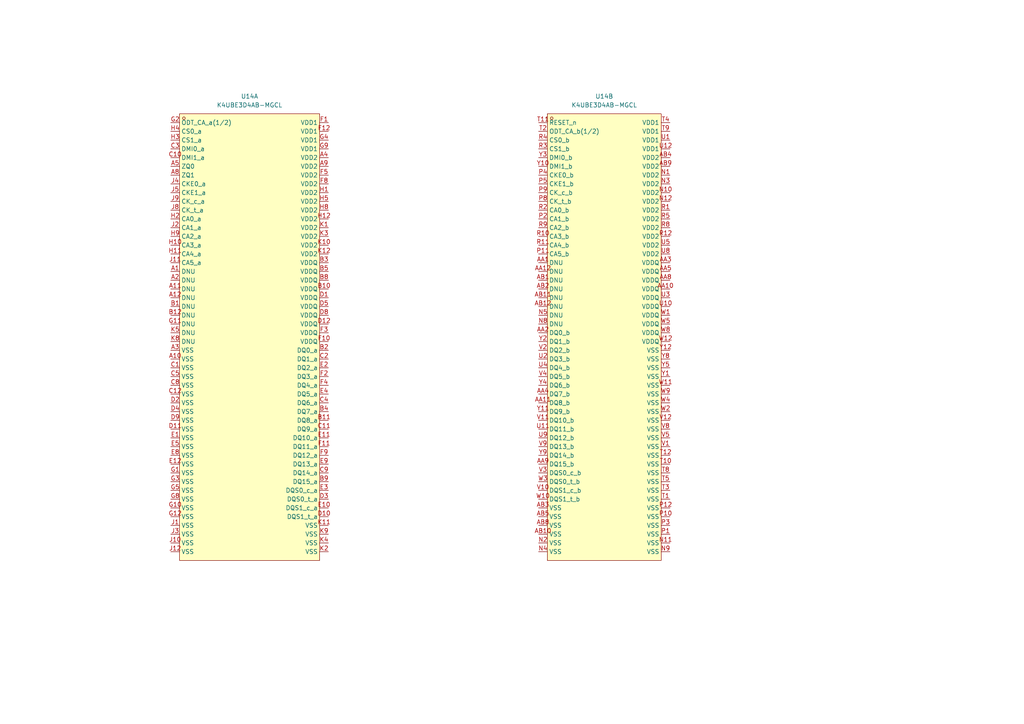
<source format=kicad_sch>
(kicad_sch (version 20250114) (generator "eeschema") (generator_version "9.0")
  (paper "A4")
  (title_block (date "2025-02-20") (rev "V0.1") (company "Matthew Spotten"))
  (lib_symbols
    (symbol "easyeda:K4UBE3D4AB-MGCL"
      (property "Reference" "U" (at 0 5.08 0))
      (property "Value" "K4UBE3D4AB-MGCL" (at 0 -5.08 0))
      (symbol "K4UBE3D4AB-MGCL_1_1"
        (rectangle (start -20.32 64.77) (end 20.32 -64.77) (fill (type background)))
        (circle (center -19.05 63.5) (radius 0.38))
        (pin unspecified line (at -22.86 62.23 0) (length 2.54) (name "ODT_CA_a(1/2)") (number "G2"))
        (pin unspecified line (at -22.86 59.69 0) (length 2.54) (name "CS0_a") (number "H4"))
        (pin unspecified line (at -22.86 57.15 0) (length 2.54) (name "CS1_a") (number "H3"))
        (pin unspecified line (at -22.86 54.61 0) (length 2.54) (name "DMI0_a") (number "C3"))
        (pin unspecified line (at -22.86 52.07 0) (length 2.54) (name "DMI1_a") (number "C10"))
        (pin unspecified line (at -22.86 49.53 0) (length 2.54) (name "ZQ0") (number "A5"))
        (pin unspecified line (at -22.86 46.99 0) (length 2.54) (name "ZQ1") (number "A8"))
        (pin unspecified line (at -22.86 44.45 0) (length 2.54) (name "CKE0_a") (number "J4"))
        (pin unspecified line (at -22.86 41.91 0) (length 2.54) (name "CKE1_a") (number "J5"))
        (pin unspecified line (at -22.86 39.37 0) (length 2.54) (name "CK_c_a") (number "J9"))
        (pin unspecified line (at -22.86 36.83 0) (length 2.54) (name "CK_t_a") (number "J8"))
        (pin unspecified line (at -22.86 34.29 0) (length 2.54) (name "CA0_a") (number "H2"))
        (pin unspecified line (at -22.86 31.75 0) (length 2.54) (name "CA1_a") (number "J2"))
        (pin unspecified line (at -22.86 29.21 0) (length 2.54) (name "CA2_a") (number "H9"))
        (pin unspecified line (at -22.86 26.67 0) (length 2.54) (name "CA3_a") (number "H10"))
        (pin unspecified line (at -22.86 24.13 0) (length 2.54) (name "CA4_a") (number "H11"))
        (pin unspecified line (at -22.86 21.59 0) (length 2.54) (name "CA5_a") (number "J11"))
        (pin unspecified line (at -22.86 19.05 0) (length 2.54) (name "DNU") (number "A1"))
        (pin unspecified line (at -22.86 16.51 0) (length 2.54) (name "DNU") (number "A2"))
        (pin unspecified line (at -22.86 13.97 0) (length 2.54) (name "DNU") (number "A11"))
        (pin unspecified line (at -22.86 11.43 0) (length 2.54) (name "DNU") (number "A12"))
        (pin unspecified line (at -22.86 8.89 0) (length 2.54) (name "DNU") (number "B1"))
        (pin unspecified line (at -22.86 6.35 0) (length 2.54) (name "DNU") (number "B12"))
        (pin unspecified line (at -22.86 3.81 0) (length 2.54) (name "DNU") (number "G11"))
        (pin unspecified line (at -22.86 1.27 0) (length 2.54) (name "DNU") (number "K5"))
        (pin unspecified line (at -22.86 -1.27 0) (length 2.54) (name "DNU") (number "K8"))
        (pin unspecified line (at -22.86 -3.81 0) (length 2.54) (name "VSS") (number "A3"))
        (pin unspecified line (at -22.86 -6.35 0) (length 2.54) (name "VSS") (number "A10"))
        (pin unspecified line (at -22.86 -8.89 0) (length 2.54) (name "VSS") (number "C1"))
        (pin unspecified line (at -22.86 -11.43 0) (length 2.54) (name "VSS") (number "C5"))
        (pin unspecified line (at -22.86 -13.97 0) (length 2.54) (name "VSS") (number "C8"))
        (pin unspecified line (at -22.86 -16.51 0) (length 2.54) (name "VSS") (number "C12"))
        (pin unspecified line (at -22.86 -19.05 0) (length 2.54) (name "VSS") (number "D2"))
        (pin unspecified line (at -22.86 -21.59 0) (length 2.54) (name "VSS") (number "D4"))
        (pin unspecified line (at -22.86 -24.13 0) (length 2.54) (name "VSS") (number "D9"))
        (pin unspecified line (at -22.86 -26.67 0) (length 2.54) (name "VSS") (number "D11"))
        (pin unspecified line (at -22.86 -29.21 0) (length 2.54) (name "VSS") (number "E1"))
        (pin unspecified line (at -22.86 -31.75 0) (length 2.54) (name "VSS") (number "E5"))
        (pin unspecified line (at -22.86 -34.29 0) (length 2.54) (name "VSS") (number "E8"))
        (pin unspecified line (at -22.86 -36.83 0) (length 2.54) (name "VSS") (number "E12"))
        (pin unspecified line (at -22.86 -39.37 0) (length 2.54) (name "VSS") (number "G1"))
        (pin unspecified line (at -22.86 -41.91 0) (length 2.54) (name "VSS") (number "G3"))
        (pin unspecified line (at -22.86 -44.45 0) (length 2.54) (name "VSS") (number "G5"))
        (pin unspecified line (at -22.86 -46.99 0) (length 2.54) (name "VSS") (number "G8"))
        (pin unspecified line (at -22.86 -49.53 0) (length 2.54) (name "VSS") (number "G10"))
        (pin unspecified line (at -22.86 -52.07 0) (length 2.54) (name "VSS") (number "G12"))
        (pin unspecified line (at -22.86 -54.61 0) (length 2.54) (name "VSS") (number "J1"))
        (pin unspecified line (at -22.86 -57.15 0) (length 2.54) (name "VSS") (number "J3"))
        (pin unspecified line (at -22.86 -59.69 0) (length 2.54) (name "VSS") (number "J10"))
        (pin unspecified line (at -22.86 -62.23 0) (length 2.54) (name "VSS") (number "J12"))
        (pin unspecified line (at 22.86 62.23 180) (length 2.54) (name "VDD1") (number "F1"))
        (pin unspecified line (at 22.86 59.69 180) (length 2.54) (name "VDD1") (number "F12"))
        (pin unspecified line (at 22.86 57.15 180) (length 2.54) (name "VDD1") (number "G4"))
        (pin unspecified line (at 22.86 54.61 180) (length 2.54) (name "VDD1") (number "G9"))
        (pin unspecified line (at 22.86 52.07 180) (length 2.54) (name "VDD2") (number "A4"))
        (pin unspecified line (at 22.86 49.53 180) (length 2.54) (name "VDD2") (number "A9"))
        (pin unspecified line (at 22.86 46.99 180) (length 2.54) (name "VDD2") (number "F5"))
        (pin unspecified line (at 22.86 44.45 180) (length 2.54) (name "VDD2") (number "F8"))
        (pin unspecified line (at 22.86 41.91 180) (length 2.54) (name "VDD2") (number "H1"))
        (pin unspecified line (at 22.86 39.37 180) (length 2.54) (name "VDD2") (number "H5"))
        (pin unspecified line (at 22.86 36.83 180) (length 2.54) (name "VDD2") (number "H8"))
        (pin unspecified line (at 22.86 34.29 180) (length 2.54) (name "VDD2") (number "H12"))
        (pin unspecified line (at 22.86 31.75 180) (length 2.54) (name "VDD2") (number "K1"))
        (pin unspecified line (at 22.86 29.21 180) (length 2.54) (name "VDD2") (number "K3"))
        (pin unspecified line (at 22.86 26.67 180) (length 2.54) (name "VDD2") (number "K10"))
        (pin unspecified line (at 22.86 24.13 180) (length 2.54) (name "VDD2") (number "K12"))
        (pin unspecified line (at 22.86 21.59 180) (length 2.54) (name "VDDQ") (number "B3"))
        (pin unspecified line (at 22.86 19.05 180) (length 2.54) (name "VDDQ") (number "B5"))
        (pin unspecified line (at 22.86 16.51 180) (length 2.54) (name "VDDQ") (number "B8"))
        (pin unspecified line (at 22.86 13.97 180) (length 2.54) (name "VDDQ") (number "B10"))
        (pin unspecified line (at 22.86 11.43 180) (length 2.54) (name "VDDQ") (number "D1"))
        (pin unspecified line (at 22.86 8.89 180) (length 2.54) (name "VDDQ") (number "D5"))
        (pin unspecified line (at 22.86 6.35 180) (length 2.54) (name "VDDQ") (number "D8"))
        (pin unspecified line (at 22.86 3.81 180) (length 2.54) (name "VDDQ") (number "D12"))
        (pin unspecified line (at 22.86 1.27 180) (length 2.54) (name "VDDQ") (number "F3"))
        (pin unspecified line (at 22.86 -1.27 180) (length 2.54) (name "VDDQ") (number "F10"))
        (pin unspecified line (at 22.86 -3.81 180) (length 2.54) (name "DQ0_a") (number "B2"))
        (pin unspecified line (at 22.86 -6.35 180) (length 2.54) (name "DQ1_a") (number "C2"))
        (pin unspecified line (at 22.86 -8.89 180) (length 2.54) (name "DQ2_a") (number "E2"))
        (pin unspecified line (at 22.86 -11.43 180) (length 2.54) (name "DQ3_a") (number "F2"))
        (pin unspecified line (at 22.86 -13.97 180) (length 2.54) (name "DQ4_a") (number "F4"))
        (pin unspecified line (at 22.86 -16.51 180) (length 2.54) (name "DQ5_a") (number "E4"))
        (pin unspecified line (at 22.86 -19.05 180) (length 2.54) (name "DQ6_a") (number "C4"))
        (pin unspecified line (at 22.86 -21.59 180) (length 2.54) (name "DQ7_a") (number "B4"))
        (pin unspecified line (at 22.86 -24.13 180) (length 2.54) (name "DQ8_a") (number "B11"))
        (pin unspecified line (at 22.86 -26.67 180) (length 2.54) (name "DQ9_a") (number "C11"))
        (pin unspecified line (at 22.86 -29.21 180) (length 2.54) (name "DQ10_a") (number "E11"))
        (pin unspecified line (at 22.86 -31.75 180) (length 2.54) (name "DQ11_a") (number "F11"))
        (pin unspecified line (at 22.86 -34.29 180) (length 2.54) (name "DQ12_a") (number "F9"))
        (pin unspecified line (at 22.86 -36.83 180) (length 2.54) (name "DQ13_a") (number "E9"))
        (pin unspecified line (at 22.86 -39.37 180) (length 2.54) (name "DQ14_a") (number "C9"))
        (pin unspecified line (at 22.86 -41.91 180) (length 2.54) (name "DQ15_a") (number "B9"))
        (pin unspecified line (at 22.86 -44.45 180) (length 2.54) (name "DQS0_c_a") (number "E3"))
        (pin unspecified line (at 22.86 -46.99 180) (length 2.54) (name "DQS0_t_a") (number "D3"))
        (pin unspecified line (at 22.86 -49.53 180) (length 2.54) (name "DQS1_c_a") (number "E10"))
        (pin unspecified line (at 22.86 -52.07 180) (length 2.54) (name "DQS1_t_a") (number "D10"))
        (pin unspecified line (at 22.86 -54.61 180) (length 2.54) (name "VSS") (number "K11"))
        (pin unspecified line (at 22.86 -57.15 180) (length 2.54) (name "VSS") (number "K9"))
        (pin unspecified line (at 22.86 -59.69 180) (length 2.54) (name "VSS") (number "K4"))
        (pin unspecified line (at 22.86 -62.23 180) (length 2.54) (name "VSS") (number "K2"))
      )
      (symbol "K4UBE3D4AB-MGCL_2_1"
        (rectangle (start -16.51 64.77) (end 16.51 -64.77) (fill (type background)))
        (circle (center -15.24 63.5) (radius 0.38))
        (pin unspecified line (at -19.05 62.23 0) (length 2.54) (name "RESET_n") (number "T11"))
        (pin unspecified line (at -19.05 59.69 0) (length 2.54) (name "ODT_CA_b(1/2)") (number "T2"))
        (pin unspecified line (at -19.05 57.15 0) (length 2.54) (name "CS0_b") (number "R4"))
        (pin unspecified line (at -19.05 54.61 0) (length 2.54) (name "CS1_b") (number "R3"))
        (pin unspecified line (at -19.05 52.07 0) (length 2.54) (name "DMI0_b") (number "Y3"))
        (pin unspecified line (at -19.05 49.53 0) (length 2.54) (name "DMI1_b") (number "Y10"))
        (pin unspecified line (at -19.05 46.99 0) (length 2.54) (name "CKE0_b") (number "P4"))
        (pin unspecified line (at -19.05 44.45 0) (length 2.54) (name "CKE1_b") (number "P5"))
        (pin unspecified line (at -19.05 41.91 0) (length 2.54) (name "CK_c_b") (number "P9"))
        (pin unspecified line (at -19.05 39.37 0) (length 2.54) (name "CK_t_b") (number "P8"))
        (pin unspecified line (at -19.05 36.83 0) (length 2.54) (name "CA0_b") (number "R2"))
        (pin unspecified line (at -19.05 34.29 0) (length 2.54) (name "CA1_b") (number "P2"))
        (pin unspecified line (at -19.05 31.75 0) (length 2.54) (name "CA2_b") (number "R9"))
        (pin unspecified line (at -19.05 29.21 0) (length 2.54) (name "CA3_b") (number "R10"))
        (pin unspecified line (at -19.05 26.67 0) (length 2.54) (name "CA4_b") (number "R11"))
        (pin unspecified line (at -19.05 24.13 0) (length 2.54) (name "CA5_b") (number "P11"))
        (pin unspecified line (at -19.05 21.59 0) (length 2.54) (name "DNU") (number "AA1"))
        (pin unspecified line (at -19.05 19.05 0) (length 2.54) (name "DNU") (number "AA12"))
        (pin unspecified line (at -19.05 16.51 0) (length 2.54) (name "DNU") (number "AB1"))
        (pin unspecified line (at -19.05 13.97 0) (length 2.54) (name "DNU") (number "AB2"))
        (pin unspecified line (at -19.05 11.43 0) (length 2.54) (name "DNU") (number "AB11"))
        (pin unspecified line (at -19.05 8.89 0) (length 2.54) (name "DNU") (number "AB12"))
        (pin unspecified line (at -19.05 6.35 0) (length 2.54) (name "DNU") (number "N5"))
        (pin unspecified line (at -19.05 3.81 0) (length 2.54) (name "DNU") (number "N8"))
        (pin unspecified line (at -19.05 1.27 0) (length 2.54) (name "DQ0_b") (number "AA2"))
        (pin unspecified line (at -19.05 -1.27 0) (length 2.54) (name "DQ1_b") (number "Y2"))
        (pin unspecified line (at -19.05 -3.81 0) (length 2.54) (name "DQ2_b") (number "V2"))
        (pin unspecified line (at -19.05 -6.35 0) (length 2.54) (name "DQ3_b") (number "U2"))
        (pin unspecified line (at -19.05 -8.89 0) (length 2.54) (name "DQ4_b") (number "U4"))
        (pin unspecified line (at -19.05 -11.43 0) (length 2.54) (name "DQ5_b") (number "V4"))
        (pin unspecified line (at -19.05 -13.97 0) (length 2.54) (name "DQ6_b") (number "Y4"))
        (pin unspecified line (at -19.05 -16.51 0) (length 2.54) (name "DQ7_b") (number "AA4"))
        (pin unspecified line (at -19.05 -19.05 0) (length 2.54) (name "DQ8_b") (number "AA11"))
        (pin unspecified line (at -19.05 -21.59 0) (length 2.54) (name "DQ9_b") (number "Y11"))
        (pin unspecified line (at -19.05 -24.13 0) (length 2.54) (name "DQ10_b") (number "V11"))
        (pin unspecified line (at -19.05 -26.67 0) (length 2.54) (name "DQ11_b") (number "U11"))
        (pin unspecified line (at -19.05 -29.21 0) (length 2.54) (name "DQ12_b") (number "U9"))
        (pin unspecified line (at -19.05 -31.75 0) (length 2.54) (name "DQ13_b") (number "V9"))
        (pin unspecified line (at -19.05 -34.29 0) (length 2.54) (name "DQ14_b") (number "Y9"))
        (pin unspecified line (at -19.05 -36.83 0) (length 2.54) (name "DQ15_b") (number "AA9"))
        (pin unspecified line (at -19.05 -39.37 0) (length 2.54) (name "DQS0_c_b") (number "V3"))
        (pin unspecified line (at -19.05 -41.91 0) (length 2.54) (name "DQS0_t_b") (number "W3"))
        (pin unspecified line (at -19.05 -44.45 0) (length 2.54) (name "DQS1_c_b") (number "V10"))
        (pin unspecified line (at -19.05 -46.99 0) (length 2.54) (name "DQS1_t_b") (number "W10"))
        (pin unspecified line (at -19.05 -49.53 0) (length 2.54) (name "VSS") (number "AB3"))
        (pin unspecified line (at -19.05 -52.07 0) (length 2.54) (name "VSS") (number "AB5"))
        (pin unspecified line (at -19.05 -54.61 0) (length 2.54) (name "VSS") (number "AB8"))
        (pin unspecified line (at -19.05 -57.15 0) (length 2.54) (name "VSS") (number "AB10"))
        (pin unspecified line (at -19.05 -59.69 0) (length 2.54) (name "VSS") (number "N2"))
        (pin unspecified line (at -19.05 -62.23 0) (length 2.54) (name "VSS") (number "N4"))
        (pin unspecified line (at 19.05 62.23 180) (length 2.54) (name "VDD1") (number "T4"))
        (pin unspecified line (at 19.05 59.69 180) (length 2.54) (name "VDD1") (number "T9"))
        (pin unspecified line (at 19.05 57.15 180) (length 2.54) (name "VDD1") (number "U1"))
        (pin unspecified line (at 19.05 54.61 180) (length 2.54) (name "VDD1") (number "U12"))
        (pin unspecified line (at 19.05 52.07 180) (length 2.54) (name "VDD2") (number "AB4"))
        (pin unspecified line (at 19.05 49.53 180) (length 2.54) (name "VDD2") (number "AB9"))
        (pin unspecified line (at 19.05 46.99 180) (length 2.54) (name "VDD2") (number "N1"))
        (pin unspecified line (at 19.05 44.45 180) (length 2.54) (name "VDD2") (number "N3"))
        (pin unspecified line (at 19.05 41.91 180) (length 2.54) (name "VDD2") (number "N10"))
        (pin unspecified line (at 19.05 39.37 180) (length 2.54) (name "VDD2") (number "N12"))
        (pin unspecified line (at 19.05 36.83 180) (length 2.54) (name "VDD2") (number "R1"))
        (pin unspecified line (at 19.05 34.29 180) (length 2.54) (name "VDD2") (number "R5"))
        (pin unspecified line (at 19.05 31.75 180) (length 2.54) (name "VDD2") (number "R8"))
        (pin unspecified line (at 19.05 29.21 180) (length 2.54) (name "VDD2") (number "R12"))
        (pin unspecified line (at 19.05 26.67 180) (length 2.54) (name "VDD2") (number "U5"))
        (pin unspecified line (at 19.05 24.13 180) (length 2.54) (name "VDD2") (number "U8"))
        (pin unspecified line (at 19.05 21.59 180) (length 2.54) (name "VDDQ") (number "AA3"))
        (pin unspecified line (at 19.05 19.05 180) (length 2.54) (name "VDDQ") (number "AA5"))
        (pin unspecified line (at 19.05 16.51 180) (length 2.54) (name "VDDQ") (number "AA8"))
        (pin unspecified line (at 19.05 13.97 180) (length 2.54) (name "VDDQ") (number "AA10"))
        (pin unspecified line (at 19.05 11.43 180) (length 2.54) (name "VDDQ") (number "U3"))
        (pin unspecified line (at 19.05 8.89 180) (length 2.54) (name "VDDQ") (number "U10"))
        (pin unspecified line (at 19.05 6.35 180) (length 2.54) (name "VDDQ") (number "W1"))
        (pin unspecified line (at 19.05 3.81 180) (length 2.54) (name "VDDQ") (number "W5"))
        (pin unspecified line (at 19.05 1.27 180) (length 2.54) (name "VDDQ") (number "W8"))
        (pin unspecified line (at 19.05 -1.27 180) (length 2.54) (name "VDDQ") (number "W12"))
        (pin unspecified line (at 19.05 -3.81 180) (length 2.54) (name "VSS") (number "Y12"))
        (pin unspecified line (at 19.05 -6.35 180) (length 2.54) (name "VSS") (number "Y8"))
        (pin unspecified line (at 19.05 -8.89 180) (length 2.54) (name "VSS") (number "Y5"))
        (pin unspecified line (at 19.05 -11.43 180) (length 2.54) (name "VSS") (number "Y1"))
        (pin unspecified line (at 19.05 -13.97 180) (length 2.54) (name "VSS") (number "W11"))
        (pin unspecified line (at 19.05 -16.51 180) (length 2.54) (name "VSS") (number "W9"))
        (pin unspecified line (at 19.05 -19.05 180) (length 2.54) (name "VSS") (number "W4"))
        (pin unspecified line (at 19.05 -21.59 180) (length 2.54) (name "VSS") (number "W2"))
        (pin unspecified line (at 19.05 -24.13 180) (length 2.54) (name "VSS") (number "V12"))
        (pin unspecified line (at 19.05 -26.67 180) (length 2.54) (name "VSS") (number "V8"))
        (pin unspecified line (at 19.05 -29.21 180) (length 2.54) (name "VSS") (number "V5"))
        (pin unspecified line (at 19.05 -31.75 180) (length 2.54) (name "VSS") (number "V1"))
        (pin unspecified line (at 19.05 -34.29 180) (length 2.54) (name "VSS") (number "T12"))
        (pin unspecified line (at 19.05 -36.83 180) (length 2.54) (name "VSS") (number "T10"))
        (pin unspecified line (at 19.05 -39.37 180) (length 2.54) (name "VSS") (number "T8"))
        (pin unspecified line (at 19.05 -41.91 180) (length 2.54) (name "VSS") (number "T5"))
        (pin unspecified line (at 19.05 -44.45 180) (length 2.54) (name "VSS") (number "T3"))
        (pin unspecified line (at 19.05 -46.99 180) (length 2.54) (name "VSS") (number "T1"))
        (pin unspecified line (at 19.05 -49.53 180) (length 2.54) (name "VSS") (number "P12"))
        (pin unspecified line (at 19.05 -52.07 180) (length 2.54) (name "VSS") (number "P10"))
        (pin unspecified line (at 19.05 -54.61 180) (length 2.54) (name "VSS") (number "P3"))
        (pin unspecified line (at 19.05 -57.15 180) (length 2.54) (name "VSS") (number "P1"))
        (pin unspecified line (at 19.05 -59.69 180) (length 2.54) (name "VSS") (number "N11"))
        (pin unspecified line (at 19.05 -62.23 180) (length 2.54) (name "VSS") (number "N9"))
      )
    )
  )
  (symbol (lib_id "easyeda:K4UBE3D4AB-MGCL") (at 72.39 97.79 0) (unit 1)
    (property "Reference" "U14" (at 72.39 27.94 0))
    (property "Value" "K4UBE3D4AB-MGCL" (at 72.39 30.48 0))
    (property "Footprint" "easyeda:FBGA-200_L14.5-W10.0_RS1G32LF4D2BDS-53BT" (effects (hide yes)))
    (property "LCSC Part" "C5827966" (effects (hide yes)))
  )
  (symbol (lib_id "easyeda:K4UBE3D4AB-MGCL") (at 175.26 97.79 0) (unit 2)
    (property "Reference" "U14" (at 175.26 27.94 0))
    (property "Value" "K4UBE3D4AB-MGCL" (at 175.26 30.48 0))
    (property "Footprint" "easyeda:FBGA-200_L14.5-W10.0_RS1G32LF4D2BDS-53BT" (effects (hide yes)))
    (property "LCSC Part" "C5827966" (effects (hide yes)))
  )
)
</source>
